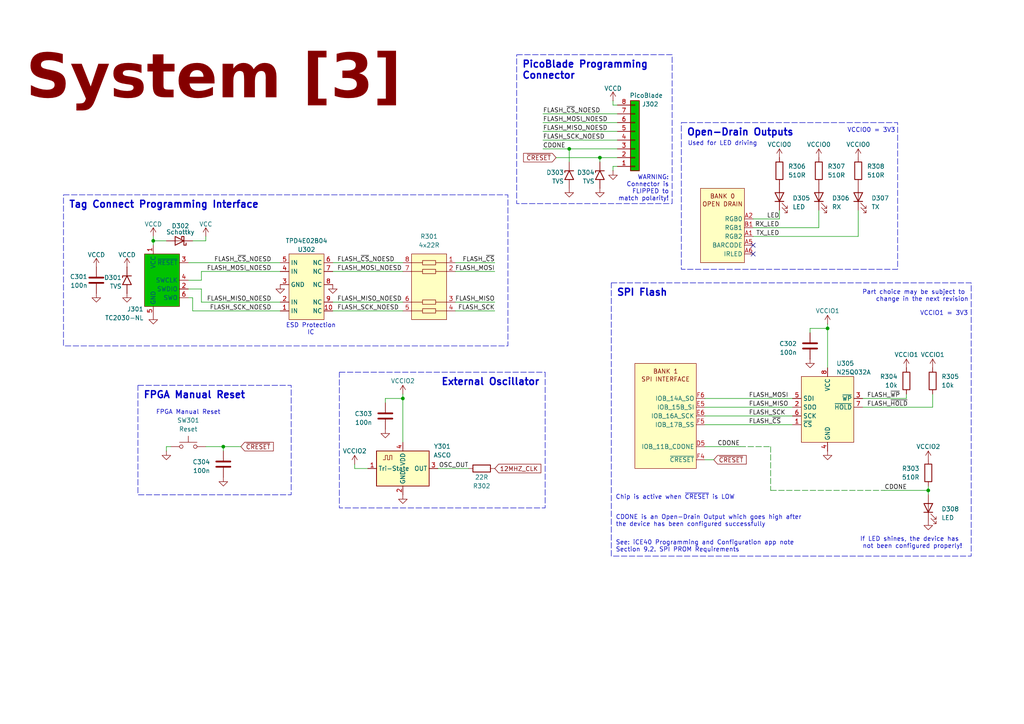
<source format=kicad_sch>
(kicad_sch (version 20250114) (generator "eeschema") (generator_version "9.0")
  (paper "A4")
  (title_block (title "System") (date "2025-11-17") (rev "1.0") (company "Czech Technical University in Prague"))
  (lib_symbols
    (symbol "Connector:Conn_ARM_SWD_TagConnect_TC2030-NL" (in_bom no)
      (property "Reference" "J302" (at -5.334 -8.382 0))
      (property "Value" "TC2030-NL" (at -5.334 -10.922 0))
      (symbol "Conn_ARM_SWD_TagConnect_TC2030-NL_0_0"
        (pin power_in line (at -2.54 -10.16 90) (length 2.54) (name "GND") (number "5"))
        (pin open_collector line (at 7.62 5.08 180) (length 2.54) (name "~{RESET}") (number "3"))
        (pin output line (at 7.62 0 180) (length 2.54) (name "SWCLK") (number "4"))
        (pin bidirectional line (at 7.62 -2.54 180) (length 2.54) (name "SWDIO") (number "2"))
        (pin input line (at 7.62 -5.08 180) (length 2.54) (name "SWO") (number "6"))
      )
      (symbol "Conn_ARM_SWD_TagConnect_TC2030-NL_1_0"
        (pin power_out line (at -2.54 10.16 270) (length 2.54) (name "VCC") (number "1"))
      )
      (symbol "Conn_ARM_SWD_TagConnect_TC2030-NL_1_1"
        (rectangle (start -5.08 7.62) (end 5.08 -7.62) (fill (type color) (color 0 194 0 1)))
      )
    )
    (symbol "Connector_Generic:Conn_01x08" (pin_names (offset 1.016) (hide yes))
      (property "Reference" "J303" (at 2.032 -10.414 0))
      (property "Value" "PicoBlade" (at -1.524 -12.954 0))
      (symbol "Conn_01x08_1_1"
        (rectangle (start -1.27 8.89) (end 1.27 -11.43) (stroke (width 0.254)) (fill (type color) (color 0 194 0 1)))
        (rectangle (start -1.27 7.747) (end 0 7.493) (stroke (width 0.1524)))
        (rectangle (start -1.27 5.207) (end 0 4.953) (stroke (width 0.1524)))
        (rectangle (start -1.27 2.667) (end 0 2.413) (stroke (width 0.1524)))
        (rectangle (start -1.27 0.127) (end 0 -0.127) (stroke (width 0.1524)))
        (rectangle (start -1.27 -2.413) (end 0 -2.667) (stroke (width 0.1524)))
        (rectangle (start -1.27 -4.953) (end 0 -5.207) (stroke (width 0.1524)))
        (rectangle (start -1.27 -7.493) (end 0 -7.747) (stroke (width 0.1524)))
        (rectangle (start -1.27 -10.033) (end 0 -10.287) (stroke (width 0.1524)))
        (pin passive line (at -5.08 7.62 0) (length 3.81) (name "Pin_1") (number "1"))
        (pin passive line (at -5.08 5.08 0) (length 3.81) (name "Pin_2") (number "2"))
        (pin passive line (at -5.08 2.54 0) (length 3.81) (name "Pin_3") (number "3"))
        (pin passive line (at -5.08 0 0) (length 3.81) (name "Pin_4") (number "4"))
        (pin passive line (at -5.08 -2.54 0) (length 3.81) (name "Pin_5") (number "5"))
        (pin passive line (at -5.08 -5.08 0) (length 3.81) (name "Pin_6") (number "6"))
        (pin passive line (at -5.08 -7.62 0) (length 3.81) (name "Pin_7") (number "7"))
        (pin passive line (at -5.08 -10.16 0) (length 3.81) (name "Pin_8") (number "8"))
      )
    )
    (symbol "Custom_VoxLink_Symbols:4xResistor_Array"
      (property "Reference" "U" (at 0 10.16 0))
      (property "Value" "4x22R" (at 0 0 0))
      (symbol "4xResistor_Array_0_1"
        (polyline (pts (xy -5.08 6.35) (xy -1.905 6.35)))
        (polyline (pts (xy -5.08 3.81) (xy -1.905 3.81)))
        (polyline (pts (xy -5.08 -5.08) (xy -1.905 -5.08)))
        (polyline (pts (xy -5.08 -7.62) (xy -1.905 -7.62)))
        (rectangle (start -1.905 6.985) (end 1.905 5.715))
        (rectangle (start -1.905 4.445) (end 1.905 3.175))
        (rectangle (start -1.905 -4.445) (end 1.905 -5.715))
        (rectangle (start -1.905 -6.985) (end 1.905 -8.255))
        (polyline (pts (xy 1.905 6.35) (xy 5.08 6.35)))
        (polyline (pts (xy 1.905 3.81) (xy 5.08 3.81)))
        (polyline (pts (xy 1.905 -5.08) (xy 5.08 -5.08)))
        (polyline (pts (xy 1.905 -7.62) (xy 5.08 -7.62)))
      )
      (symbol "4xResistor_Array_1_1"
        (rectangle (start -5.08 8.89) (end 5.08 -10.16) (fill (type background)))
        (pin bidirectional line (at -7.62 6.35 0) (length 2.54) (name "") (number "1"))
        (pin bidirectional line (at -7.62 3.81 0) (length 2.54) (name "") (number "2"))
        (pin bidirectional line (at -7.62 -5.08 0) (length 2.54) (name "") (number "3"))
        (pin bidirectional line (at -7.62 -7.62 0) (length 2.54) (name "") (number "4"))
        (pin bidirectional line (at 7.62 6.35 180) (length 2.54) (name "") (number "8"))
        (pin bidirectional line (at 7.62 3.81 180) (length 2.54) (name "") (number "7"))
        (pin bidirectional line (at 7.62 -5.08 180) (length 2.54) (name "") (number "6"))
        (pin bidirectional line (at 7.62 -7.62 180) (length 2.54) (name "") (number "5"))
      )
    )
    (symbol "Custom_VoxLink_Symbols:ICE40UL1K-CM36AI"
      (symbol "ICE40UL1K-CM36AI_1_1"
        (rectangle (start -6.35 16.51) (end 6.35 -16.51) (fill (type background)))
        (text "SUPPLY" (at 0.508 14.732 0) (effects (font (size 1.27 1.27))))
        (pin power_in line (at -8.89 11.43 0) (length 2.54) (name "VCC") (number "D3"))
        (pin power_in line (at -8.89 8.89 0) (length 2.54) (name "VCCPLL") (number "D4"))
        (pin power_in line (at -8.89 6.35 0) (length 2.54) (name "VPP2V5") (number "B4"))
        (pin power_in line (at -8.89 1.27 0) (length 2.54) (name "VCCIO0") (number "B3"))
        (pin power_in line (at -8.89 -1.27 0) (length 2.54) (name "VCCIO2") (number "E3"))
        (pin power_in line (at -8.89 -3.81 0) (length 2.54) (name "SPI_VCCIO1") (number "E4"))
        (pin power_in line (at -8.89 -8.89 0) (length 2.54) (name "GND") (number "C3"))
        (pin power_in line (at -8.89 -11.43 0) (length 2.54) (name "GND") (number "C4"))
        (pin power_in line (at -8.89 -13.97 0) (length 2.54) (name "GND_LED") (number "C5"))
      )
      (symbol "ICE40UL1K-CM36AI_2_1"
        (rectangle (start -6.35 15.24) (end 6.35 -20.32) (fill (type background)))
        (text "BANK 2" (at 0 13.462 0) (effects (font (size 1.27 1.27))))
        (pin bidirectional line (at -2.54 -22.86 90) (length 2.54) (name "IOB_10A") (number "D6"))
        (pin bidirectional line (at 0 -22.86 90) (length 2.54) (name "IOB_3B_G6") (number "F2"))
        (pin bidirectional line (at 2.54 -22.86 90) (length 2.54) (name "IOB_8A_G4") (number "D2"))
        (pin bidirectional line (at 8.89 10.16 180) (length 2.54) (name "IOB_7B_G5") (number "F3"))
        (pin bidirectional line (at 8.89 7.62 180) (length 2.54) (name "IOB_6A") (number "E2"))
        (pin bidirectional line (at 8.89 3.81 180) (length 2.54) (name "IOB_0A") (number "F1"))
        (pin bidirectional line (at 8.89 1.27 180) (length 2.54) (name "IOB_1B") (number "E1"))
        (pin bidirectional line (at 8.89 -2.54 180) (length 2.54) (name "IOB_4A") (number "D1"))
        (pin bidirectional line (at 8.89 -5.08 180) (length 2.54) (name "IOB_5B") (number "C1"))
      )
      (symbol "ICE40UL1K-CM36AI_3_1"
        (rectangle (start -6.35 12.7) (end 6.35 -13.97) (fill (type background)))
        (text "BANK 0" (at 0 10.414 0) (effects (font (size 1.27 1.27))))
        (pin bidirectional line (at 8.89 6.35 180) (length 2.54) (name "IOT_18B") (number "B5"))
        (pin bidirectional line (at 8.89 3.81 180) (length 2.54) (name "IOT_19A") (number "A4"))
        (pin bidirectional line (at 8.89 1.27 180) (length 2.54) (name "IOT_24B") (number "B2"))
        (pin bidirectional line (at 8.89 -1.27 180) (length 2.54) (name "IOT_25A") (number "A3"))
        (pin bidirectional line (at 8.89 -3.81 180) (length 2.54) (name "IOT_27A") (number "C2"))
        (pin bidirectional line (at 8.89 -8.89 180) (length 2.54) (name "IOT_21A_G1") (number "B6"))
        (pin bidirectional line (at 8.89 -11.43 180) (length 2.54) (name "IOT_22B_G0") (number "C6"))
      )
      (symbol "ICE40UL1K-CM36AI_4_1"
        (rectangle (start -6.35 11.43) (end 6.35 -10.16) (fill (type background)))
        (text "BANK 0" (at 0 9.144 0) (effects (font (size 1.27 1.27))))
        (text "OPEN DRAIN" (at 0 6.858 0) (effects (font (size 1.27 1.27))))
        (pin bidirectional line (at 8.89 2.54 180) (length 2.54) (name "RGB0") (number "A2"))
        (pin bidirectional line (at 8.89 0 180) (length 2.54) (name "RGB1") (number "B1"))
        (pin bidirectional line (at 8.89 -2.54 180) (length 2.54) (name "RGB2") (number "A1"))
        (pin bidirectional line (at 8.89 -5.08 180) (length 2.54) (name "BARCODE") (number "A5"))
        (pin bidirectional line (at 8.89 -7.62 180) (length 2.54) (name "IRLED") (number "A6"))
      )
      (symbol "ICE40UL1K-CM36AI_5_1"
        (rectangle (start -8.89 15.24) (end 8.89 -15.24) (fill (type background)))
        (text "BANK 1" (at 0 12.954 0) (effects (font (size 1.27 1.27))))
        (text "SPI INTERFACE" (at 0 10.668 0) (effects (font (size 1.27 1.27))))
        (pin bidirectional line (at 11.43 5.08 180) (length 2.54) (name "IOB_14A_SO") (number "F6"))
        (pin bidirectional line (at 11.43 2.54 180) (length 2.54) (name "IOB_15B_SI") (number "E5"))
        (pin bidirectional line (at 11.43 0 180) (length 2.54) (name "IOB_16A_SCK") (number "E6"))
        (pin bidirectional line (at 11.43 -2.54 180) (length 2.54) (name "IOB_17B_SS") (number "F5"))
        (pin bidirectional line (at 11.43 -8.89 180) (length 2.54) (name "IOB_11B_CDONE") (number "D5"))
        (pin input line (at 11.43 -12.7 180) (length 2.54) (name "~{CRESET}") (number "F4"))
      )
    )
    (symbol "Custom_VoxLink_Symbols:N25Q032A"
      (property "Reference" "U" (at 6.096 12.192 0))
      (property "Value" "N25Q032A" (at 6.096 10.16 0))
      (symbol "N25Q032A_1_1"
        (rectangle (start -7.62 8.89) (end 7.62 -10.16) (fill (type background)))
        (pin bidirectional line (at -10.16 2.54 0) (length 2.54) (name "SDI") (number "5"))
        (pin bidirectional line (at -10.16 0 0) (length 2.54) (name "SDO") (number "2"))
        (pin input line (at -10.16 -2.54 0) (length 2.54) (name "SCK") (number "6"))
        (pin input line (at -10.16 -5.08 0) (length 2.54) (name "~{CS}") (number "1"))
        (pin power_in line (at 0 11.43 270) (length 2.54) (name "VCC") (number "8"))
        (pin power_in line (at 0 -12.7 90) (length 2.54) (name "GND") (number "4"))
        (pin input line (at 10.16 2.54 180) (length 2.54) (name "~{WP}") (number "3"))
        (pin input line (at 10.16 0 180) (length 2.54) (name "~{HOLD}") (number "7"))
      )
    )
    (symbol "Custom_VoxLink_Symbols:TPD4E02B04DQA"
      (property "Reference" "U302" (at 0 -11.43 0))
      (property "Value" "TPD4E02B04" (at 0 -13.97 0))
      (symbol "TPD4E02B04DQA_1_1"
        (rectangle (start -5.08 8.89) (end 5.08 -10.16) (fill (type background)))
        (pin passive line (at -7.62 6.35 0) (length 2.54) (name "IN") (number "1"))
        (pin passive line (at -7.62 3.81 0) (length 2.54) (name "IN") (number "2"))
        (pin power_in line (at -7.62 -1.27 0) (length 2.54) (name "GND") (number "3"))
        (pin passive line (at -7.62 -5.08 0) (length 2.54) (name "IN") (number "4"))
        (pin passive line (at -7.62 -7.62 0) (length 2.54) (name "IN") (number "5"))
        (pin passive line (at 7.62 6.35 180) (length 2.54) (name "NC") (number "10"))
        (pin passive line (at 7.62 3.81 180) (length 2.54) (name "NC") (number "9"))
        (pin passive line (at 7.62 -1.27 180) (length 2.54) (name "NC") (number "8"))
        (pin passive line (at 7.62 -5.08 180) (length 2.54) (name "NC") (number "7"))
        (pin passive line (at 7.62 -7.62 180) (length 2.54) (name "NC") (number "6"))
      )
    )
    (symbol "Device:C" (pin_numbers (hide yes)) (pin_names (offset 0.254))
      (property "Reference" "C" (at 0.635 2.54 0))
      (property "Value" "C" (at 0.635 -2.54 0))
      (symbol "C_0_1"
        (polyline (pts (xy -2.032 0.762) (xy 2.032 0.762)) (stroke (width 0.508)))
        (polyline (pts (xy -2.032 -0.762) (xy 2.032 -0.762)) (stroke (width 0.508)))
      )
      (symbol "C_1_1"
        (pin passive line (at 0 3.81 270) (length 2.794) (name "~") (number "1"))
        (pin passive line (at 0 -3.81 90) (length 2.794) (name "~") (number "2"))
      )
    )
    (symbol "Device:D_Schottky" (pin_numbers (hide yes)) (pin_names (offset 1.016) (hide yes))
      (property "Reference" "D" (at 0 2.54 0))
      (property "Value" "D_Schottky" (at 0 -2.54 0))
      (symbol "D_Schottky_0_1"
        (polyline (pts (xy -1.905 0.635) (xy -1.905 1.27) (xy -1.27 1.27) (xy -1.27 -1.27) (xy -0.635 -1.27) (xy -0.635 -0.635)) (stroke (width 0.254)))
        (polyline (pts (xy 1.27 1.27) (xy 1.27 -1.27) (xy -1.27 0) (xy 1.27 1.27)) (stroke (width 0.254)))
        (polyline (pts (xy 1.27 0) (xy -1.27 0)))
      )
      (symbol "D_Schottky_1_1"
        (pin passive line (at -3.81 0 0) (length 2.54) (name "K") (number "1"))
        (pin passive line (at 3.81 0 180) (length 2.54) (name "A") (number "2"))
      )
    )
    (symbol "Device:LED" (pin_numbers (hide yes)) (pin_names (offset 1.016) (hide yes))
      (property "Reference" "D" (at 0 2.54 0))
      (property "Value" "LED" (at 0 -2.54 0))
      (symbol "LED_0_1"
        (polyline (pts (xy -3.048 -0.762) (xy -4.572 -2.286) (xy -3.81 -2.286) (xy -4.572 -2.286) (xy -4.572 -1.524)))
        (polyline (pts (xy -1.778 -0.762) (xy -3.302 -2.286) (xy -2.54 -2.286) (xy -3.302 -2.286) (xy -3.302 -1.524)))
        (polyline (pts (xy -1.27 0) (xy 1.27 0)))
        (polyline (pts (xy -1.27 -1.27) (xy -1.27 1.27)) (stroke (width 0.254)))
        (polyline (pts (xy 1.27 -1.27) (xy 1.27 1.27) (xy -1.27 0) (xy 1.27 -1.27)) (stroke (width 0.254)))
      )
      (symbol "LED_1_1"
        (pin passive line (at -3.81 0 0) (length 2.54) (name "K") (number "1"))
        (pin passive line (at 3.81 0 180) (length 2.54) (name "A") (number "2"))
      )
    )
    (symbol "Device:R" (pin_numbers (hide yes)) (pin_names (offset 0))
      (property "Reference" "R" (at 2.032 0 90))
      (property "Value" "R" (at 0 0 90))
      (symbol "R_0_1"
        (rectangle (start -1.016 -2.54) (end 1.016 2.54) (stroke (width 0.254)))
      )
      (symbol "R_1_1"
        (pin passive line (at 0 3.81 270) (length 1.27) (name "~") (number "1"))
        (pin passive line (at 0 -3.81 90) (length 1.27) (name "~") (number "2"))
      )
    )
    (symbol "Diode:1.5KExxA" (pin_numbers (hide yes)) (pin_names (offset 1.016) (hide yes))
      (property "Reference" "D" (at 0 2.54 0))
      (property "Value" "1.5KExxA" (at 0 -2.54 0))
      (symbol "1.5KExxA_0_1"
        (polyline (pts (xy -0.762 1.27) (xy -1.27 1.27) (xy -1.27 -1.27)) (stroke (width 0.254)))
        (polyline (pts (xy 1.27 1.27) (xy 1.27 -1.27) (xy -1.27 0) (xy 1.27 1.27)) (stroke (width 0.254)))
      )
      (symbol "1.5KExxA_1_1"
        (pin passive line (at -3.81 0 0) (length 2.54) (name "A1") (number "1"))
        (pin passive line (at 3.81 0 180) (length 2.54) (name "A2") (number "2"))
      )
    )
    (symbol "ICE40UL1K-CM36AI_1"
      (symbol "ICE40UL1K-CM36AI_1_1_1"
        (rectangle (start -6.35 16.51) (end 6.35 -16.51) (fill (type background)))
        (text "SUPPLY" (at 0.508 14.732 0) (effects (font (size 1.27 1.27))))
        (pin power_in line (at -8.89 11.43 0) (length 2.54) (name "VCC") (number "D3"))
        (pin power_in line (at -8.89 8.89 0) (length 2.54) (name "VCCPLL") (number "D4"))
        (pin power_in line (at -8.89 6.35 0) (length 2.54) (name "VPP2V5") (number "B4"))
        (pin power_in line (at -8.89 1.27 0) (length 2.54) (name "VCCIO0") (number "B3"))
        (pin power_in line (at -8.89 -1.27 0) (length 2.54) (name "VCCIO2") (number "E3"))
        (pin power_in line (at -8.89 -3.81 0) (length 2.54) (name "SPI_VCCIO1") (number "E4"))
        (pin power_in line (at -8.89 -8.89 0) (length 2.54) (name "GND") (number "C3"))
        (pin power_in line (at -8.89 -11.43 0) (length 2.54) (name "GND") (number "C4"))
        (pin power_in line (at -8.89 -13.97 0) (length 2.54) (name "GND_LED") (number "C5"))
      )
      (symbol "ICE40UL1K-CM36AI_1_2_1"
        (rectangle (start -6.35 15.24) (end 6.35 -20.32) (fill (type background)))
        (text "BANK 2" (at 0 13.462 0) (effects (font (size 1.27 1.27))))
        (pin bidirectional line (at -2.54 -22.86 90) (length 2.54) (name "IOB_10A") (number "D6"))
        (pin bidirectional line (at 0 -22.86 90) (length 2.54) (name "IOB_3B_G6") (number "F2"))
        (pin bidirectional line (at 2.54 -22.86 90) (length 2.54) (name "IOB_8A_G4") (number "D2"))
        (pin bidirectional line (at 8.89 10.16 180) (length 2.54) (name "IOB_7B_G5") (number "F3"))
        (pin bidirectional line (at 8.89 7.62 180) (length 2.54) (name "IOB_6A") (number "E2"))
        (pin bidirectional line (at 8.89 3.81 180) (length 2.54) (name "IOB_0A") (number "F1"))
        (pin bidirectional line (at 8.89 1.27 180) (length 2.54) (name "IOB_1B") (number "E1"))
        (pin bidirectional line (at 8.89 -2.54 180) (length 2.54) (name "IOB_4A") (number "D1"))
        (pin bidirectional line (at 8.89 -5.08 180) (length 2.54) (name "IOB_5B") (number "C1"))
      )
      (symbol "ICE40UL1K-CM36AI_1_3_1"
        (rectangle (start -6.35 12.7) (end 6.35 -13.97) (fill (type background)))
        (text "BANK 0" (at 0 10.414 0) (effects (font (size 1.27 1.27))))
        (pin bidirectional line (at 8.89 6.35 180) (length 2.54) (name "IOT_18B") (number "B5"))
        (pin bidirectional line (at 8.89 3.81 180) (length 2.54) (name "IOT_19A") (number "A4"))
        (pin bidirectional line (at 8.89 1.27 180) (length 2.54) (name "IOT_24B") (number "B2"))
        (pin bidirectional line (at 8.89 -1.27 180) (length 2.54) (name "IOT_25A") (number "A3"))
        (pin bidirectional line (at 8.89 -3.81 180) (length 2.54) (name "IOT_27A") (number "C2"))
        (pin bidirectional line (at 8.89 -8.89 180) (length 2.54) (name "IOT_21A_G1") (number "B6"))
        (pin bidirectional line (at 8.89 -11.43 180) (length 2.54) (name "IOT_22B_G0") (number "C6"))
      )
      (symbol "ICE40UL1K-CM36AI_1_4_1"
        (rectangle (start -6.35 11.43) (end 6.35 -10.16) (fill (type background)))
        (text "BANK 0" (at 0 9.144 0) (effects (font (size 1.27 1.27))))
        (text "OPEN DRAIN" (at 0 6.858 0) (effects (font (size 1.27 1.27))))
        (pin bidirectional line (at 8.89 2.54 180) (length 2.54) (name "RGB0") (number "A2"))
        (pin bidirectional line (at 8.89 0 180) (length 2.54) (name "RGB1") (number "B1"))
        (pin bidirectional line (at 8.89 -2.54 180) (length 2.54) (name "RGB2") (number "A1"))
        (pin bidirectional line (at 8.89 -5.08 180) (length 2.54) (name "BARCODE") (number "A5"))
        (pin bidirectional line (at 8.89 -7.62 180) (length 2.54) (name "IRLED") (number "A6"))
      )
      (symbol "ICE40UL1K-CM36AI_1_5_1"
        (rectangle (start -8.89 15.24) (end 8.89 -15.24) (fill (type background)))
        (text "BANK 1" (at 0 12.954 0) (effects (font (size 1.27 1.27))))
        (text "SPI INTERFACE" (at 0 10.668 0) (effects (font (size 1.27 1.27))))
        (pin bidirectional line (at 11.43 5.08 180) (length 2.54) (name "IOB_14A_SO") (number "F6"))
        (pin bidirectional line (at 11.43 2.54 180) (length 2.54) (name "IOB_15B_SI") (number "E5"))
        (pin bidirectional line (at 11.43 0 180) (length 2.54) (name "IOB_16A_SCK") (number "E6"))
        (pin bidirectional line (at 11.43 -2.54 180) (length 2.54) (name "IOB_17B_SS") (number "F5"))
        (pin bidirectional line (at 11.43 -8.89 180) (length 2.54) (name "IOB_11B_CDONE") (number "D5"))
        (pin input line (at 11.43 -12.7 180) (length 2.54) (name "~{CRESET}") (number "F4"))
      )
    )
    (symbol "Oscillator:ASCO"
      (property "Reference" "Y" (at -7.62 6.35 0))
      (property "Value" "ASCO" (at 1.27 -6.35 0))
      (symbol "ASCO_0_1"
        (rectangle (start -7.62 5.08) (end 7.62 -5.08) (stroke (width 0.254)) (fill (type background)))
        (polyline (pts (xy -5.715 2.54) (xy -5.08 2.54) (xy -5.08 3.81) (xy -4.445 3.81) (xy -4.445 2.54) (xy -3.81 2.54) (xy -3.81 3.81) (xy -3.175 3.81) (xy -3.175 2.54)))
      )
      (symbol "ASCO_1_1"
        (pin input line (at -10.16 0 0) (length 2.54) (name "Tri-State") (number "1"))
        (pin power_in line (at 0 7.62 270) (length 2.54) (name "VDD") (number "4"))
        (pin power_in line (at 0 -7.62 90) (length 2.54) (name "GND") (number "2"))
        (pin output line (at 10.16 0 180) (length 2.54) (name "OUT") (number "3"))
      )
    )
    (symbol "Switch:SW_Push" (pin_numbers (hide yes)) (pin_names (offset 1.016) (hide yes))
      (property "Reference" "SW" (at 1.27 2.54 0))
      (property "Value" "SW_Push" (at 0 -1.524 0))
      (symbol "SW_Push_0_1"
        (circle (center -2.032 0) (radius 0.508))
        (polyline (pts (xy 0 1.27) (xy 0 3.048)))
        (circle (center 2.032 0) (radius 0.508))
        (polyline (pts (xy 2.54 1.27) (xy -2.54 1.27)))
        (pin passive line (at -5.08 0 0) (length 2.54) (name "1") (number "1"))
        (pin passive line (at 5.08 0 180) (length 2.54) (name "2") (number "2"))
      )
    )
    (symbol "power:+3.3VA" (power) (pin_numbers (hide yes)) (pin_names (offset 0) (hide yes))
      (property "Value" "+3.3VA" (at 0 3.556 0))
      (symbol "+3.3VA_0_1"
        (polyline (pts (xy -0.762 1.27) (xy 0 2.54)))
        (polyline (pts (xy 0 2.54) (xy 0.762 1.27)))
        (polyline (pts (xy 0 0) (xy 0 2.54)))
      )
      (symbol "+3.3VA_1_1"
        (pin power_in line (at 0 0 90) (length 0) (name "~") (number "1"))
      )
    )
    (symbol "power:GND" (power) (pin_numbers (hide yes)) (pin_names (offset 0) (hide yes))
      (property "Value" "GND" (at 0 -3.81 0))
      (symbol "GND_0_1"
        (polyline (pts (xy 0 0) (xy 0 -1.27) (xy 1.27 -1.27) (xy 0 -2.54) (xy -1.27 -1.27) (xy 0 -1.27)))
      )
      (symbol "GND_1_1"
        (pin power_in line (at 0 0 270) (length 0) (name "~") (number "1"))
      )
    )
    (symbol "power:VCC" (power) (pin_numbers (hide yes)) (pin_names (offset 0) (hide yes))
      (property "Value" "VCC" (at 0 3.556 0))
      (symbol "VCC_0_1"
        (polyline (pts (xy -0.762 1.27) (xy 0 2.54)))
        (polyline (pts (xy 0 2.54) (xy 0.762 1.27)))
        (polyline (pts (xy 0 0) (xy 0 2.54)))
      )
      (symbol "VCC_1_1"
        (pin power_in line (at 0 0 90) (length 0) (name "~") (number "1"))
      )
    )
  )
  (text "Used for LED driving" (at 209.55 41.656 0) (effects (font (size 1.27 1.27))))
  (text "Part choice may be subject to \nchange in the next revision" (at 280.924 85.852 0) (effects (font (size 1.27 1.27)) (justify right)))
  (text "If LED shines, the device has \nnot been configured properly!" (at 279.146 157.48 0) (effects (font (size 1.27 1.27)) (justify right)))
  (text "See: iCE40 Programming and Configuration app note\nSection 9.2. SPI PROM Requirements" (at 178.562 158.496 0) (effects (font (size 1.27 1.27)) (justify left)))
  (text "VCCIO1 = 3V3" (at 273.812 90.932 0) (effects (font (size 1.27 1.27))))
  (text "CDONE is an Open-Drain Output which goes high after \nthe device has been configured successfully" (at 178.562 151.13 0) (effects (font (size 1.27 1.27)) (justify left)))
  (text "System [3]" (at 61.976 26.416 0) (effects (font (size 12.7 12.7) (thickness 0.762) (bold yes))))
  (text "FPGA Manual Reset" (at 54.61 119.634 0) (effects (font (size 1.27 1.27))))
  (text "Chip is active when ~{CRESET} is LOW" (at 195.834 144.272 0) (effects (font (size 1.27 1.27))))
  (text "VCCIO0 = 3V3" (at 252.73 37.846 0) (effects (font (size 1.27 1.27))))
  (text "WARNING:\nConnector is\nFLIPPED to\nmatch polarity!" (at 194.056 54.61 0) (effects (font (size 1.27 1.27) (thickness 0.1588)) (justify right)))
  (text "ESD Protection\nIC" (at 90.17 95.504 0) (effects (font (size 1.27 1.27))))
  (text_box "Open-Drain Outputs" (at 197.612 35.56 0) (size 62.738 42.545) (margins 1.5 1.5 1.5 1.5) (stroke (width 0) (type dash)) (effects (font (size 2 2) (thickness 0.4) (bold yes)) (justify left top)))
  (text_box "SPI Flash" (at 177.292 82.042 0) (size 104.394 79.248) (margins 1.5 1.5 1.5 1.5) (stroke (width 0) (type dash)) (effects (font (size 2 2) (thickness 0.4) (bold yes)) (justify left top)))
  (text_box "FPGA Manual Reset" (at 40.005 111.76 0) (size 44.45 31.75) (margins 1.5 1.5 1.5 1.5) (stroke (width 0) (type dash)) (effects (font (size 2 2) (thickness 0.4) (bold yes)) (justify left top)))
  (text_box "External Oscillator" (at 98.425 107.95 0) (size 59.69 39.37) (margins 1.5 1.5 1.5 1.5) (stroke (width 0) (type dash)) (effects (font (size 2 2) (thickness 0.4) (bold yes)) (justify right top)))
  (text_box "Tag Connect Programming Interface" (at 18.415 56.515 0) (size 128.905 43.815) (margins 1.5 1.5 1.5 1.5) (stroke (width 0) (type dash)) (effects (font (size 2 2) (thickness 0.4) (bold yes)) (justify left top)))
  (text_box "PicoBlade Programming Connector" (at 149.86 15.875 0) (size 45.085 43.18) (margins 1.5 1.5 1.5 1.5) (stroke (width 0) (type dash)) (effects (font (size 2 2) (thickness 0.4) (bold yes)) (justify left top)))
  (junction (at 116.84 115.57))
  (junction (at 44.45 69.85))
  (junction (at 269.24 142.24))
  (junction (at 165.1 43.18))
  (junction (at 240.03 95.25))
  (junction (at 64.77 129.54))
  (junction (at 173.99 45.72))
  (no_connect (at 218.44 71.12))
  (no_connect (at 218.44 73.66))
  (wire (pts (xy 218.44 68.58) (xy 248.92 68.58)))
  (polyline (pts (xy 214.63 129.54) (xy 223.52 129.54)) (stroke (width 0) (type dash) (color 0 132 0 1)))
  (wire (pts (xy 106.68 135.89) (xy 102.87 135.89)))
  (wire (pts (xy 127 135.89) (xy 135.89 135.89)))
  (wire (pts (xy 256.54 142.24) (xy 269.24 142.24)))
  (wire (pts (xy 116.84 87.63) (xy 96.52 87.63)))
  (wire (pts (xy 269.24 140.97) (xy 269.24 142.24)))
  (wire (pts (xy 55.88 69.85) (xy 59.69 69.85)))
  (wire (pts (xy 157.48 35.56) (xy 179.07 35.56)))
  (wire (pts (xy 218.44 63.5) (xy 226.06 63.5)))
  (wire (pts (xy 269.24 142.24) (xy 269.24 143.51)))
  (wire (pts (xy 54.61 76.2) (xy 81.28 76.2)))
  (wire (pts (xy 58.42 78.74) (xy 81.28 78.74)))
  (wire (pts (xy 132.08 90.17) (xy 143.51 90.17)))
  (wire (pts (xy 262.89 115.57) (xy 262.89 114.3)))
  (wire (pts (xy 173.99 45.72) (xy 173.99 46.99)))
  (wire (pts (xy 226.06 60.96) (xy 226.06 63.5)))
  (wire (pts (xy 54.61 81.28) (xy 58.42 81.28)))
  (wire (pts (xy 49.53 129.54) (xy 48.26 129.54)))
  (wire (pts (xy 177.8 30.48) (xy 179.07 30.48)))
  (wire (pts (xy 179.07 48.26) (xy 177.8 48.26)))
  (wire (pts (xy 55.88 86.36) (xy 55.88 90.17)))
  (wire (pts (xy 237.49 66.04) (xy 218.44 66.04)))
  (wire (pts (xy 157.48 43.18) (xy 165.1 43.18)))
  (wire (pts (xy 157.48 38.1) (xy 179.07 38.1)))
  (wire (pts (xy 250.19 118.11) (xy 270.51 118.11)))
  (wire (pts (xy 240.03 95.25) (xy 240.03 106.68)))
  (wire (pts (xy 204.47 115.57) (xy 229.87 115.57)))
  (wire (pts (xy 116.84 114.3) (xy 116.84 115.57)))
  (wire (pts (xy 55.88 90.17) (xy 81.28 90.17)))
  (wire (pts (xy 59.69 69.85) (xy 59.69 68.58)))
  (wire (pts (xy 111.76 115.57) (xy 116.84 115.57)))
  (wire (pts (xy 157.48 40.64) (xy 179.07 40.64)))
  (wire (pts (xy 132.08 87.63) (xy 143.51 87.63)))
  (polyline (pts (xy 223.52 129.54) (xy 223.52 142.24)) (stroke (width 0) (type dash) (color 0 132 0 1)))
  (wire (pts (xy 48.26 69.85) (xy 44.45 69.85)))
  (wire (pts (xy 58.42 87.63) (xy 81.28 87.63)))
  (wire (pts (xy 204.47 118.11) (xy 229.87 118.11)))
  (wire (pts (xy 44.45 68.58) (xy 44.45 69.85)))
  (wire (pts (xy 165.1 43.18) (xy 179.07 43.18)))
  (wire (pts (xy 234.95 96.52) (xy 234.95 95.25)))
  (wire (pts (xy 64.77 129.54) (xy 69.85 129.54)))
  (wire (pts (xy 116.84 78.74) (xy 96.52 78.74)))
  (wire (pts (xy 204.47 129.54) (xy 214.63 129.54)))
  (wire (pts (xy 48.26 129.54) (xy 48.26 130.81)))
  (wire (pts (xy 161.29 45.72) (xy 173.99 45.72)))
  (wire (pts (xy 58.42 83.82) (xy 58.42 87.63)))
  (wire (pts (xy 270.51 118.11) (xy 270.51 114.3)))
  (wire (pts (xy 132.08 78.74) (xy 143.51 78.74)))
  (wire (pts (xy 177.8 48.26) (xy 177.8 49.53)))
  (wire (pts (xy 240.03 93.98) (xy 240.03 95.25)))
  (wire (pts (xy 250.19 115.57) (xy 262.89 115.57)))
  (wire (pts (xy 102.87 134.62) (xy 102.87 135.89)))
  (wire (pts (xy 204.47 120.65) (xy 229.87 120.65)))
  (wire (pts (xy 157.48 33.02) (xy 179.07 33.02)))
  (wire (pts (xy 59.69 129.54) (xy 64.77 129.54)))
  (wire (pts (xy 116.84 115.57) (xy 116.84 128.27)))
  (polyline (pts (xy 223.52 142.24) (xy 256.54 142.24)) (stroke (width 0) (type dash) (color 0 132 0 1)))
  (wire (pts (xy 54.61 86.36) (xy 55.88 86.36)))
  (wire (pts (xy 173.99 45.72) (xy 179.07 45.72)))
  (wire (pts (xy 177.8 29.21) (xy 177.8 30.48)))
  (wire (pts (xy 116.84 90.17) (xy 96.52 90.17)))
  (wire (pts (xy 111.76 116.84) (xy 111.76 115.57)))
  (wire (pts (xy 237.49 60.96) (xy 237.49 66.04)))
  (wire (pts (xy 204.47 133.35) (xy 207.01 133.35)))
  (wire (pts (xy 204.47 123.19) (xy 229.87 123.19)))
  (wire (pts (xy 116.84 76.2) (xy 96.52 76.2)))
  (wire (pts (xy 234.95 95.25) (xy 240.03 95.25)))
  (wire (pts (xy 165.1 43.18) (xy 165.1 46.99)))
  (wire (pts (xy 64.77 129.54) (xy 64.77 130.81)))
  (wire (pts (xy 44.45 69.85) (xy 44.45 71.12)))
  (wire (pts (xy 58.42 81.28) (xy 58.42 78.74)))
  (wire (pts (xy 248.92 60.96) (xy 248.92 68.58)))
  (wire (pts (xy 54.61 83.82) (xy 58.42 83.82)))
  (wire (pts (xy 132.08 76.2) (xy 143.51 76.2)))
  (label "FLASH_SCK_NOESD" (at 97.79 90.17 0))
  (label "FLASH_~{CS}" (at 217.17 123.19 0))
  (label "LED" (at 226.06 63.5 180))
  (label "FLASH_~{HOLD}" (at 251.46 118.11 0))
  (label "FLASH_MOSI" (at 217.17 115.57 0))
  (label "FLASH_MOSI_NOESD" (at 97.79 78.74 0))
  (label "FLASH_MISO_NOESD" (at 97.79 87.63 0))
  (label "FLASH_~{WP}" (at 251.46 115.57 0))
  (label "FLASH_MISO" (at 217.17 118.11 0))
  (label "FLASH_~{CS}_NOESD" (at 97.79 76.2 0))
  (label "RX_LED" (at 226.06 66.04 180))
  (label "CDONE" (at 256.54 142.24 0))
  (label "FLASH_MOSI" (at 143.51 78.74 180))
  (label "FLASH_~{CS}" (at 143.51 76.2 180))
  (label "FLASH_MOSI_NOESD" (at 78.74 78.74 180))
  (label "FLASH_~{CS}_NOESD" (at 78.74 76.2 180))
  (label "FLASH_~{CS}_NOESD" (at 157.48 33.02 0))
  (label "FLASH_MISO_NOESD" (at 78.74 87.63 180))
  (label "CDONE" (at 214.63 129.54 180))
  (label "OSC_OUT" (at 135.89 135.89 180))
  (label "CDONE" (at 157.48 43.18 0))
  (label "FLASH_SCK" (at 143.51 90.17 180))
  (label "FLASH_SCK_NOESD" (at 157.48 40.64 0))
  (label "TX_LED" (at 226.06 68.58 180))
  (label "FLASH_MOSI_NOESD" (at 157.48 35.56 0))
  (label "FLASH_SCK_NOESD" (at 78.74 90.17 180))
  (label "FLASH_MISO_NOESD" (at 157.48 38.1 0))
  (label "FLASH_MISO" (at 143.51 87.63 180))
  (label "FLASH_SCK" (at 217.17 120.65 0))
  (global_label "~{CRESET}" (shape input) (at 207.01 133.35 0) (property "Intersheetrefs" "${INTERSHEET_REFS}" (effects (hide yes))))
  (global_label "~{CRESET}" (shape input) (at 161.29 45.72 180) (property "Intersheetrefs" "${INTERSHEET_REFS}" (effects (hide yes))))
  (global_label "~{CRESET}" (shape input) (at 69.85 129.54 0) (property "Intersheetrefs" "${INTERSHEET_REFS}" (effects (hide yes))))
  (global_label "12MHZ_CLK" (shape input) (at 143.51 135.89 0) (effects (font (thickness 0.1588))) (property "Intersheetrefs" "${INTERSHEET_REFS}" (effects (hide yes))))
  (symbol (lib_id "power:GND") (at 116.84 143.51 0) (unit 1)
    (property "Reference" "#PWR076" (effects (hide yes)))
    (property "Value" "GND" (effects (hide yes)))
  )
  (symbol (lib_id "power:GND") (at 81.28 82.55 0) (mirror y) (unit 1)
    (property "Reference" "#PWR087" (effects (hide yes)))
    (property "Value" "GND" (effects (hide yes)))
  )
  (symbol (lib_id "Diode:1.5KExxA") (at 173.99 50.8 90) (mirror x) (unit 1)
    (property "Reference" "D304" (at 172.466 50.038 90) (effects (justify left)))
    (property "Value" "TVS" (at 172.466 52.578 90) (effects (justify left)))
    (property "Footprint" "Diode_SMD:D_0402_1005Metric" (effects (hide yes)))
    (property "Datasheet" "https://www.mouser.sk/ProductDetail/Littelfuse/SESD0402X1UN-0020-090?qs=R4Nx89tKnBiKqBxpGxncNA%3D%3D" (effects (hide yes)))
  )
  (symbol (lib_id "power:GND") (at 96.52 82.55 0) (mirror y) (unit 1)
    (property "Reference" "#PWR088" (effects (hide yes)))
    (property "Value" "GND" (effects (hide yes)))
  )
  (symbol (lib_id "Switch:SW_Push") (at 54.61 129.54 0) (mirror y) (unit 1)
    (property "Reference" "SW301" (at 54.61 121.92 0))
    (property "Value" "Reset" (at 54.61 124.46 0))
    (property "Footprint" "Button_Switch_SMD:SW_Push_SPST_NO_Alps_SKRK" (effects (hide yes)))
    (property "Datasheet" "https://www.mouser.sk/ProductDetail/Alps-Alpine/SKRKAHE020?qs=chTDxNqvsymUfAVYmcFXaw%3D%3D" (effects (hide yes)))
    (property "Description" "Push button switch, generic, two pins" (effects (hide yes)))
  )
  (symbol (lib_id "power:GND") (at 48.26 130.81 0) (mirror y) (unit 1)
    (property "Reference" "#PWR093" (effects (hide yes)))
    (property "Value" "GND" (effects (hide yes)))
  )
  (symbol (lib_id "Custom_VoxLink_Symbols:4xResistor_Array") (at 124.46 82.55 0) (mirror y) (unit 1)
    (property "Reference" "R301" (at 124.46 68.58 0))
    (property "Value" "4x22R" (at 124.46 71.12 0))
    (property "Footprint" "Custom_VoxLink_Footprints:EXBN8V101JX" (effects (hide yes)))
    (property "Datasheet" "https://www.mouser.sk/ProductDetail/Panasonic/EXB-N8V220JX?qs=bx0%2FPCyAc7556mtSQRzOoA%3D%3D" (effects (hide yes)))
  )
  (symbol (lib_id "Device:LED") (at 226.06 57.15 90) (unit 1)
    (property "Reference" "D305" (at 229.87 57.4674 90) (effects (justify right)))
    (property "Value" "LED" (at 229.87 60.0074 90) (effects (justify right)))
    (property "Footprint" "LED_SMD:LED_0603_1608Metric" (effects (hide yes)))
    (property "Datasheet" "https://www.mouser.sk/ProductDetail/Broadcom-Avago/HSMH-H191?qs=Li%252BoUPsLEnsN8XNfO1JPnw%3D%3D" (effects (hide yes)))
    (property "Description" "Light emitting diode" (effects (hide yes)))
    (property "Sim.Pins" "1=K 2=A" (effects (hide yes)))
  )
  (symbol (lib_id "power:GND") (at 240.03 130.81 0) (unit 1)
    (property "Reference" "#PWR01" (effects (hide yes)))
    (property "Value" "GND" (effects (hide yes)))
  )
  (symbol (lib_id "Device:LED") (at 248.92 57.15 90) (unit 1)
    (property "Reference" "D307" (at 252.73 57.4674 90) (effects (justify right)))
    (property "Value" "TX" (at 252.73 60.0074 90) (effects (justify right)))
    (property "Footprint" "LED_SMD:LED_0603_1608Metric" (effects (hide yes)))
    (property "Datasheet" "https://www.mouser.sk/ProductDetail/Broadcom-Avago/HSMG-C190?qs=YDL0qNrpDT605sxOaps8VQ%3D%3D" (effects (hide yes)))
    (property "Description" "Light emitting diode" (effects (hide yes)))
    (property "Sim.Pins" "1=K 2=A" (effects (hide yes)))
  )
  (symbol (lib_id "power:+3.3VA") (at 116.84 114.3 0) (mirror y) (unit 1)
    (property "Reference" "#PWR075" (effects (hide yes)))
    (property "Value" "VCCIO2" (at 116.84 110.49 0))
  )
  (symbol (lib_id "power:+3.3VA") (at 269.24 133.35 0) (mirror y) (unit 1)
    (property "Reference" "#PWR027" (effects (hide yes)))
    (property "Value" "VCCIO2" (at 269.24 129.54 0))
  )
  (symbol (lib_id "power:GND") (at 234.95 104.14 0) (unit 1)
    (property "Reference" "#PWR03" (effects (hide yes)))
    (property "Value" "GND" (effects (hide yes)))
  )
  (symbol (lib_id "power:GND") (at 36.83 85.09 0) (mirror y) (unit 1)
    (property "Reference" "#PWR084" (effects (hide yes)))
    (property "Value" "GND" (effects (hide yes)))
  )
  (symbol (lib_id "Connector:Conn_ARM_SWD_TagConnect_TC2030-NL") (at 46.99 81.28 0) (unit 1) (in_bom no)
    (property "Reference" "J301" (at 41.656 89.662 0) (effects (justify right)))
    (property "Value" "TC2030-NL" (at 41.656 92.202 0) (effects (justify right)))
    (property "Footprint" "Connector:Tag-Connect_TC2030-IDC-NL_2x03_P1.27mm_Vertical" (effects (hide yes)))
    (property "Datasheet" "https://www.tag-connect.com/wp-content/uploads/bsk-pdf-manager/TC2030-CTX_1.pdf" (effects (hide yes)))
    (property "Description" "Tag-Connect ARM Cortex SWD JTAG connector, 6 pin, no legs" (effects (hide yes)))
  )
  (symbol (lib_id "power:+3.3VA") (at 237.49 45.72 0) (mirror y) (unit 1)
    (property "Reference" "#PWR067" (effects (hide yes)))
    (property "Value" "VCCIO0" (at 237.49 41.91 0))
  )
  (symbol (lib_id "power:GND") (at 165.1 54.61 0) (mirror y) (unit 1)
    (property "Reference" "#PWR0102" (effects (hide yes)))
    (property "Value" "GND" (effects (hide yes)))
  )
  (symbol (lib_id "Device:C") (at 111.76 120.65 0) (mirror y) (unit 1)
    (property "Reference" "C303" (at 107.95 120.015 0) (effects (justify left)))
    (property "Value" "100n" (at 107.95 122.555 0) (effects (justify left)))
    (property "Footprint" "Capacitor_SMD:C_0402_1005Metric" (effects (hide yes)))
    (property "Datasheet" "https://www.mouser.sk/ProductDetail/Murata-Electronics/GCM155R71H104KE02J?qs=hNud%2FORuBR1wlwGPFWBVDg%3D%3D" (effects (hide yes)))
  )
  (symbol (lib_id "Device:R") (at 270.51 110.49 0) (unit 1)
    (property "Reference" "R305" (at 273.05 109.2199 0) (effects (justify left)))
    (property "Value" "10k" (at 273.05 111.7599 0) (effects (justify left)))
    (property "Footprint" "Resistor_SMD:R_0402_1005Metric" (effects (hide yes)))
    (property "Datasheet" "https://www.mouser.sk/ProductDetail/Vishay/CRCW040210K0JNED?qs=sGAEpiMZZMtlubZbdhIBIFsfWmIKznfcMCgOmcXe42g%3D" (effects (hide yes)))
    (property "Description" "Resistor" (effects (hide yes)))
  )
  (symbol (lib_id "power:GND") (at 173.99 54.61 0) (mirror y) (unit 1)
    (property "Reference" "#PWR0101" (effects (hide yes)))
    (property "Value" "GND" (effects (hide yes)))
  )
  (symbol (lib_id "Device:R") (at 226.06 49.53 0) (unit 1)
    (property "Reference" "R306" (at 228.6 48.2599 0) (effects (justify left)))
    (property "Value" "510R" (at 228.6 50.7999 0) (effects (justify left)))
    (property "Footprint" "Resistor_SMD:R_0402_1005Metric" (effects (hide yes)))
    (property "Datasheet" "https://www.mouser.sk/ProductDetail/Vishay/CRCW0402510RFKEDC?qs=sGAEpiMZZMtlubZbdhIBIIZe04wfiaJWQqqezGnbl1g%3D" (effects (hide yes)))
    (property "Description" "Resistor" (effects (hide yes)))
  )
  (symbol (lib_id "Device:LED") (at 269.24 147.32 90) (unit 1)
    (property "Reference" "D308" (at 273.05 147.6374 90) (effects (justify right)))
    (property "Value" "LED" (at 273.05 150.1774 90) (effects (justify right)))
    (property "Footprint" "LED_SMD:LED_0603_1608Metric" (effects (hide yes)))
    (property "Datasheet" "https://www.mouser.sk/ProductDetail/Broadcom-Avago/HSMG-C190?qs=YDL0qNrpDT605sxOaps8VQ%3D%3D" (effects (hide yes)))
    (property "Description" "Light emitting diode" (effects (hide yes)))
    (property "Sim.Pins" "1=K 2=A" (effects (hide yes)))
  )
  (symbol (lib_id "Device:R") (at 237.49 49.53 0) (unit 1)
    (property "Reference" "R307" (at 240.03 48.2599 0) (effects (justify left)))
    (property "Value" "510R" (at 240.03 50.7999 0) (effects (justify left)))
    (property "Footprint" "Resistor_SMD:R_0402_1005Metric" (effects (hide yes)))
    (property "Datasheet" "https://www.mouser.sk/ProductDetail/Vishay/CRCW0402510RFKEDC?qs=sGAEpiMZZMtlubZbdhIBIIZe04wfiaJWQqqezGnbl1g%3D" (effects (hide yes)))
    (property "Description" "Resistor" (effects (hide yes)))
  )
  (symbol (lib_id "Custom_VoxLink_Symbols:ICE40UL1K-CM36AI") (at 209.55 66.04 0) (unit 4)
    (property "Reference" "U301" (effects (hide yes)))
    (property "Value" "ICE40UL1K-CM36AI" (effects (hide yes)))
    (property "Footprint" "Package_BGA:UCBGA-36_2.5x2.5mm_Layout6x6_P0.4mm" (effects (hide yes)))
    (property "Distributor Link" "https://eu.mouser.com/ProductDetail/Lattice/ICE40UL1K-CM36AI?qs=XJu%252BLGjWfSAZhGGFZ7EiQg%3D%3D" (effects (hide yes)))
  )
  (symbol (lib_id "Device:R") (at 248.92 49.53 0) (unit 1)
    (property "Reference" "R308" (at 251.46 48.2599 0) (effects (justify left)))
    (property "Value" "510R" (at 251.46 50.7999 0) (effects (justify left)))
    (property "Footprint" "Resistor_SMD:R_0402_1005Metric" (effects (hide yes)))
    (property "Datasheet" "https://www.mouser.sk/ProductDetail/Vishay/CRCW0402510RFKEDC?qs=sGAEpiMZZMtlubZbdhIBIIZe04wfiaJWQqqezGnbl1g%3D" (effects (hide yes)))
    (property "Description" "Resistor" (effects (hide yes)))
  )
  (symbol (lib_id "Oscillator:ASCO") (at 116.84 135.89 0) (unit 1)
    (property "Reference" "Y301" (at 128.27 129.4698 0))
    (property "Value" "ASCO" (at 128.27 132.0098 0))
    (property "Footprint" "Oscillator:Oscillator_SMD_Abracon_ASCO-4Pin_1.6x1.2mm" (effects (hide yes)))
    (property "Datasheet" "https://eu.mouser.com/ProductDetail/ECS/ECS-1612MV-120-CN-TR?qs=MLItCLRbWsx7QgJvjn3Wzg%3D%3D" (effects (hide yes)))
    (property "Description" "Crystal Clock Oscillator, Abracon ASCO" (effects (hide yes)))
  )
  (symbol (lib_id "Connector_Generic:Conn_01x08") (at 184.15 40.64 0) (mirror x) (unit 1)
    (property "Reference" "J302" (at 186.182 30.226 0) (effects (justify left)))
    (property "Value" "PicoBlade" (at 182.626 27.686 0) (effects (justify left)))
    (property "Footprint" "Connector_Molex:Molex_PicoBlade_53048-0810_1x08_P1.25mm_Horizontal" (effects (hide yes)))
    (property "Description" "Generic connector, single row, 01x08, script generated (kicad-library-utils/schlib/autogen/connector/)" (effects (hide yes)))
    (property "Distributor Link" "https://www.mouser.sk/ProductDetail/Molex/53048-0860?qs=iLbezkQI%252BshWd7WZ3fG%252B8w%3D%3D" (effects (hide yes)))
  )
  (symbol (lib_id "power:+3.3VA") (at 240.03 93.98 0) (mirror y) (unit 1)
    (property "Reference" "#PWR02" (effects (hide yes)))
    (property "Value" "VCCIO1" (at 240.03 90.17 0))
  )
  (symbol (lib_id "Device:LED") (at 237.49 57.15 90) (unit 1)
    (property "Reference" "D306" (at 241.3 57.4674 90) (effects (justify right)))
    (property "Value" "RX" (at 241.3 60.0074 90) (effects (justify right)))
    (property "Footprint" "LED_SMD:LED_0603_1608Metric" (effects (hide yes)))
    (property "Datasheet" "https://www.mouser.sk/ProductDetail/Broadcom-Avago/HSMY-C190?qs=YDL0qNrpDT6xyEDXo88DdA%3D%3D" (effects (hide yes)))
    (property "Description" "Light emitting diode" (effects (hide yes)))
    (property "Sim.Pins" "1=K 2=A" (effects (hide yes)))
  )
  (symbol (lib_id "power:GND") (at 111.76 124.46 0) (unit 1)
    (property "Reference" "#PWR078" (effects (hide yes)))
    (property "Value" "GND" (effects (hide yes)))
  )
  (symbol (lib_id "power:VCC") (at 27.94 77.47 0) (unit 1)
    (property "Reference" "#PWR082" (effects (hide yes)))
    (property "Value" "VCCD" (at 27.94 73.914 0))
    (property "Description" "Power symbol creates a global label with name \"VCC\"" (effects (hide yes)))
  )
  (symbol (lib_id "power:GND") (at 27.94 85.09 0) (mirror y) (unit 1)
    (property "Reference" "#PWR085" (effects (hide yes)))
    (property "Value" "GND" (effects (hide yes)))
  )
  (symbol (lib_id "power:GND") (at 177.8 49.53 0) (mirror y) (unit 1)
    (property "Reference" "#PWR0100" (effects (hide yes)))
    (property "Value" "GND" (effects (hide yes)))
  )
  (symbol (lib_id "power:+3.3VA") (at 270.51 106.68 0) (mirror y) (unit 1)
    (property "Reference" "#PWR05" (effects (hide yes)))
    (property "Value" "VCCIO1" (at 270.51 102.87 0))
  )
  (symbol (lib_id "Custom_VoxLink_Symbols:N25Q032A") (at 240.03 118.11 0) (unit 1)
    (property "Reference" "U305" (at 242.57 105.41 0) (effects (justify left)))
    (property "Value" "N25Q032A" (at 242.57 107.95 0) (effects (justify left)))
    (property "Footprint" "Custom_VoxLink_Footprints:U-PDFN-8" (effects (hide yes)))
    (property "Datasheet" "https://www.alliancememory.com/wp-content/uploads/Micron_Datasheet_N25Q032A_RevJ.pdf" (effects (hide yes)))
    (property "Distributor Link" "https://eu.mouser.com/ProductDetail/Alliance-Memory/N25Q032A13EF4A0F?qs=W%2FMpXkg%252BdQ7U8RXBL9SP8A%3D%3D" (effects (hide yes)))
  )
  (symbol (lib_id "Device:C") (at 234.95 100.33 0) (mirror y) (unit 1)
    (property "Reference" "C302" (at 231.14 99.695 0) (effects (justify left)))
    (property "Value" "100n" (at 231.14 102.235 0) (effects (justify left)))
    (property "Footprint" "Capacitor_SMD:C_0402_1005Metric" (effects (hide yes)))
    (property "Datasheet" "https://www.mouser.sk/ProductDetail/Murata-Electronics/GCM155R71H104KE02J?qs=hNud%2FORuBR1wlwGPFWBVDg%3D%3D" (effects (hide yes)))
  )
  (symbol (lib_id "power:+3.3VA") (at 226.06 45.72 0) (mirror y) (unit 1)
    (property "Reference" "#PWR066" (effects (hide yes)))
    (property "Value" "VCCIO0" (at 226.06 41.91 0))
  )
  (symbol (lib_id "power:VCC") (at 44.45 68.58 0) (unit 1)
    (property "Reference" "#PWR091" (effects (hide yes)))
    (property "Value" "VCCD" (at 44.45 65.024 0))
    (property "Description" "Power symbol creates a global label with name \"VCC\"" (effects (hide yes)))
  )
  (symbol (lib_id "power:GND") (at 44.45 91.44 0) (mirror y) (unit 1)
    (property "Reference" "#PWR086" (effects (hide yes)))
    (property "Value" "GND" (effects (hide yes)))
  )
  (symbol (lib_id "Diode:1.5KExxA") (at 165.1 50.8 90) (mirror x) (unit 1)
    (property "Reference" "D303" (at 163.576 50.038 90) (effects (justify left)))
    (property "Value" "TVS" (at 163.576 52.578 90) (effects (justify left)))
    (property "Footprint" "Diode_SMD:D_0402_1005Metric" (effects (hide yes)))
    (property "Datasheet" "https://www.mouser.sk/ProductDetail/Littelfuse/SESD0402X1UN-0020-090?qs=R4Nx89tKnBiKqBxpGxncNA%3D%3D" (effects (hide yes)))
  )
  (symbol (lib_id "Custom_VoxLink_Symbols:TPD4E02B04DQA") (at 88.9 83.82 0) (mirror x) (unit 1)
    (property "Reference" "U302" (at 88.9 72.39 0))
    (property "Value" "TPD4E02B04" (at 88.9 69.85 0))
    (property "Footprint" "Custom_VoxLink_Footprints:USON-10_2.5x1.0mm_P0.5mm__Reduced_Paste" (effects (hide yes)))
    (property "Distributor Link" "https://www.mouser.sk/ProductDetail/595-TPD4E02B04DQAR" (effects (hide yes)))
  )
  (symbol (lib_id "power:VCC") (at 36.83 77.47 0) (unit 1)
    (property "Reference" "#PWR083" (effects (hide yes)))
    (property "Value" "VCCD" (at 36.83 73.914 0))
    (property "Description" "Power symbol creates a global label with name \"VCC\"" (effects (hide yes)))
  )
  (symbol (lib_id "Device:R") (at 262.89 110.49 0) (mirror y) (unit 1)
    (property "Reference" "R304" (at 260.35 109.2199 0) (effects (justify left)))
    (property "Value" "10k" (at 260.35 111.7599 0) (effects (justify left)))
    (property "Footprint" "Resistor_SMD:R_0402_1005Metric" (effects (hide yes)))
    (property "Datasheet" "https://www.mouser.sk/ProductDetail/Vishay/CRCW040210K0JNED?qs=sGAEpiMZZMtlubZbdhIBIFsfWmIKznfcMCgOmcXe42g%3D" (effects (hide yes)))
    (property "Description" "Resistor" (effects (hide yes)))
  )
  (symbol (lib_id "power:GND") (at 64.77 138.43 0) (mirror y) (unit 1)
    (property "Reference" "#PWR094" (effects (hide yes)))
    (property "Value" "GND" (effects (hide yes)))
  )
  (symbol (lib_id "Diode:1.5KExxA") (at 36.83 81.28 90) (mirror x) (unit 1)
    (property "Reference" "D301" (at 35.306 80.518 90) (effects (justify left)))
    (property "Value" "TVS" (at 35.306 83.058 90) (effects (justify left)))
    (property "Footprint" "Diode_SMD:D_0402_1005Metric" (effects (hide yes)))
    (property "Datasheet" "https://www.mouser.sk/ProductDetail/Littelfuse/SESD0402X1UN-0020-090?qs=R4Nx89tKnBiKqBxpGxncNA%3D%3D" (effects (hide yes)))
  )
  (symbol (lib_id "power:+3.3VA") (at 102.87 134.62 0) (mirror y) (unit 1)
    (property "Reference" "#PWR077" (effects (hide yes)))
    (property "Value" "VCCIO2" (at 102.87 130.81 0))
  )
  (symbol (lib_name "ICE40UL1K-CM36AI_1") (lib_id "Custom_VoxLink_Symbols:ICE40UL1K-CM36AI") (at 193.04 120.65 0) (unit 5)
    (property "Reference" "U301" (effects (hide yes)))
    (property "Value" "ICE40UL1K-CM36AI" (effects (hide yes)))
    (property "Footprint" "Package_BGA:UCBGA-36_2.5x2.5mm_Layout6x6_P0.4mm" (effects (hide yes)))
    (property "Distributor Link" "https://eu.mouser.com/ProductDetail/Lattice/ICE40UL1K-CM36AI?qs=XJu%252BLGjWfSAZhGGFZ7EiQg%3D%3D" (effects (hide yes)))
  )
  (symbol (lib_id "Device:D_Schottky") (at 52.07 69.85 180) (unit 1)
    (property "Reference" "D302" (at 52.324 65.532 0))
    (property "Value" "Schottky" (at 52.324 67.31 0))
    (property "Footprint" "Diode_SMD:D_0402_1005Metric" (effects (hide yes)))
    (property "Datasheet" "https://eu.mouser.com/ProductDetail/Comchip-Technology/CDBQR00340?qs=QrYNfmA0esZyoNf7y%252BRxsg%3D%3D" (effects (hide yes)))
    (property "Description" "Schottky diode" (effects (hide yes)))
  )
  (symbol (lib_id "Device:R") (at 269.24 137.16 0) (mirror y) (unit 1)
    (property "Reference" "R303" (at 266.7 135.8899 0) (effects (justify left)))
    (property "Value" "510R" (at 266.7 138.4299 0) (effects (justify left)))
    (property "Footprint" "Resistor_SMD:R_0402_1005Metric" (effects (hide yes)))
    (property "Datasheet" "https://www.mouser.sk/ProductDetail/Vishay/CRCW0402510RFKEDC?qs=sGAEpiMZZMtlubZbdhIBIIZe04wfiaJWQqqezGnbl1g%3D" (effects (hide yes)))
    (property "Description" "Resistor" (effects (hide yes)))
  )
  (symbol (lib_id "Device:C") (at 64.77 134.62 0) (mirror y) (unit 1)
    (property "Reference" "C304" (at 60.96 133.985 0) (effects (justify left)))
    (property "Value" "100n" (at 60.96 136.525 0) (effects (justify left)))
    (property "Footprint" "Capacitor_SMD:C_0402_1005Metric" (effects (hide yes)))
    (property "Datasheet" "https://www.mouser.sk/ProductDetail/Murata-Electronics/GCM155R71H104KE02J?qs=hNud%2FORuBR1wlwGPFWBVDg%3D%3D" (effects (hide yes)))
  )
  (symbol (lib_id "Device:C") (at 27.94 81.28 0) (mirror y) (unit 1)
    (property "Reference" "C301" (at 25.4 80.264 0) (effects (justify left)))
    (property "Value" "100n" (at 25.4 82.804 0) (effects (justify left)))
    (property "Footprint" "Capacitor_SMD:C_0402_1005Metric" (effects (hide yes)))
    (property "Datasheet" "https://www.mouser.sk/ProductDetail/Murata-Electronics/GCM155R71H104KE02J?qs=hNud%2FORuBR1wlwGPFWBVDg%3D%3D" (effects (hide yes)))
  )
  (symbol (lib_id "power:VCC") (at 177.8 29.21 0) (unit 1)
    (property "Reference" "#PWR0103" (effects (hide yes)))
    (property "Value" "VCCD" (at 177.8 25.654 0))
    (property "Description" "Power symbol creates a global label with name \"VCC\"" (effects (hide yes)))
  )
  (symbol (lib_id "power:VCC") (at 59.69 68.58 0) (unit 1)
    (property "Reference" "#PWR0135" (effects (hide yes)))
    (property "Value" "VCC" (at 59.69 65.024 0))
    (property "Description" "Power symbol creates a global label with name \"VCC\"" (effects (hide yes)))
  )
  (symbol (lib_id "Device:R") (at 139.7 135.89 270) (unit 1)
    (property "Reference" "R302" (at 139.7 140.97 90))
    (property "Value" "22R" (at 139.7 138.43 90))
    (property "Footprint" "Resistor_SMD:R_0402_1005Metric" (effects (hide yes)))
    (property "Datasheet" "https://eu.mouser.com/ProductDetail/71-CRCW040222R0JNEDC" (effects (hide yes)))
  )
  (symbol (lib_id "power:GND") (at 269.24 151.13 0) (unit 1)
    (property "Reference" "#PWR073" (effects (hide yes)))
    (property "Value" "GND" (effects (hide yes)))
  )
  (symbol (lib_id "power:+3.3VA") (at 262.89 106.68 0) (mirror y) (unit 1)
    (property "Reference" "#PWR04" (effects (hide yes)))
    (property "Value" "VCCIO1" (at 262.89 102.87 0))
  )
  (symbol (lib_id "power:+3.3VA") (at 248.92 45.72 0) (mirror y) (unit 1)
    (property "Reference" "#PWR068" (effects (hide yes)))
    (property "Value" "VCCIO0" (at 248.92 41.91 0))
  )
)
</source>
